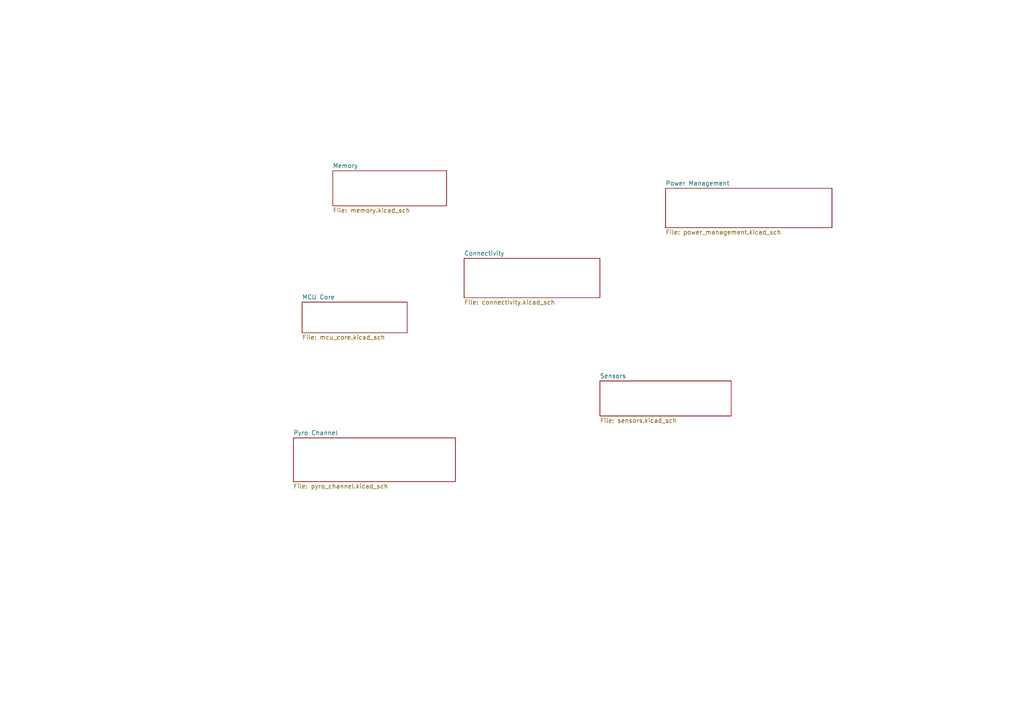
<source format=kicad_sch>
(kicad_sch
	(version 20250114)
	(generator "eeschema")
	(generator_version "9.0")
	(uuid "44328337-091d-4728-a17c-5a8fe8f9cb08")
	(paper "A4")
	(lib_symbols)
	(sheet
		(at 85.09 127)
		(size 46.99 12.7)
		(exclude_from_sim no)
		(in_bom yes)
		(on_board yes)
		(dnp no)
		(fields_autoplaced yes)
		(stroke
			(width 0.1524)
			(type solid)
		)
		(fill
			(color 0 0 0 0.0000)
		)
		(uuid "28b6fe57-f794-46f3-8880-0bb16d2e222e")
		(property "Sheetname" "Pyro Channel"
			(at 85.09 126.2884 0)
			(effects
				(font
					(size 1.27 1.27)
				)
				(justify left bottom)
			)
		)
		(property "Sheetfile" "pyro_channel.kicad_sch"
			(at 85.09 140.2846 0)
			(effects
				(font
					(size 1.27 1.27)
				)
				(justify left top)
			)
		)
		(instances
			(project "unnamed-dev-board_r1"
				(path "/44328337-091d-4728-a17c-5a8fe8f9cb08"
					(page "5")
				)
			)
		)
	)
	(sheet
		(at 96.52 49.53)
		(size 33.02 10.16)
		(exclude_from_sim no)
		(in_bom yes)
		(on_board yes)
		(dnp no)
		(fields_autoplaced yes)
		(stroke
			(width 0.1524)
			(type solid)
		)
		(fill
			(color 0 0 0 0.0000)
		)
		(uuid "432c50c1-2715-4fa8-9a0e-fe8958f5255e")
		(property "Sheetname" "Memory"
			(at 96.52 48.8184 0)
			(effects
				(font
					(size 1.27 1.27)
				)
				(justify left bottom)
			)
		)
		(property "Sheetfile" "memory.kicad_sch"
			(at 96.52 60.2746 0)
			(effects
				(font
					(size 1.27 1.27)
				)
				(justify left top)
			)
		)
		(instances
			(project "unnamed-dev-board_r1"
				(path "/44328337-091d-4728-a17c-5a8fe8f9cb08"
					(page "7")
				)
			)
		)
	)
	(sheet
		(at 134.62 74.93)
		(size 39.37 11.43)
		(exclude_from_sim no)
		(in_bom yes)
		(on_board yes)
		(dnp no)
		(fields_autoplaced yes)
		(stroke
			(width 0.1524)
			(type solid)
		)
		(fill
			(color 0 0 0 0.0000)
		)
		(uuid "4fb84d85-4f8c-4917-ae5a-8d11aabe0c86")
		(property "Sheetname" "Connectivity"
			(at 134.62 74.2184 0)
			(effects
				(font
					(size 1.27 1.27)
				)
				(justify left bottom)
			)
		)
		(property "Sheetfile" "connectivity.kicad_sch"
			(at 134.62 86.9446 0)
			(effects
				(font
					(size 1.27 1.27)
				)
				(justify left top)
			)
		)
		(instances
			(project "unnamed-dev-board_r1"
				(path "/44328337-091d-4728-a17c-5a8fe8f9cb08"
					(page "3")
				)
			)
		)
	)
	(sheet
		(at 193.04 54.61)
		(size 48.26 11.43)
		(exclude_from_sim no)
		(in_bom yes)
		(on_board yes)
		(dnp no)
		(fields_autoplaced yes)
		(stroke
			(width 0.1524)
			(type solid)
		)
		(fill
			(color 0 0 0 0.0000)
		)
		(uuid "85210297-78db-47e0-b862-9b7050ac8298")
		(property "Sheetname" "Power Management"
			(at 193.04 53.8984 0)
			(effects
				(font
					(size 1.27 1.27)
				)
				(justify left bottom)
			)
		)
		(property "Sheetfile" "power_management.kicad_sch"
			(at 193.04 66.6246 0)
			(effects
				(font
					(size 1.27 1.27)
				)
				(justify left top)
			)
		)
		(instances
			(project "unnamed-dev-board_r1"
				(path "/44328337-091d-4728-a17c-5a8fe8f9cb08"
					(page "6")
				)
			)
		)
	)
	(sheet
		(at 87.63 87.63)
		(size 30.48 8.89)
		(exclude_from_sim no)
		(in_bom yes)
		(on_board yes)
		(dnp no)
		(fields_autoplaced yes)
		(stroke
			(width 0.1524)
			(type solid)
		)
		(fill
			(color 0 0 0 0.0000)
		)
		(uuid "8a528d0a-d87a-4e15-afca-201b4014a837")
		(property "Sheetname" "MCU Core"
			(at 87.63 86.9184 0)
			(effects
				(font
					(size 1.27 1.27)
				)
				(justify left bottom)
			)
		)
		(property "Sheetfile" "mcu_core.kicad_sch"
			(at 87.63 97.1046 0)
			(effects
				(font
					(size 1.27 1.27)
				)
				(justify left top)
			)
		)
		(instances
			(project "unnamed-dev-board_r1"
				(path "/44328337-091d-4728-a17c-5a8fe8f9cb08"
					(page "2")
				)
			)
		)
	)
	(sheet
		(at 173.99 110.49)
		(size 38.1 10.16)
		(exclude_from_sim no)
		(in_bom yes)
		(on_board yes)
		(dnp no)
		(fields_autoplaced yes)
		(stroke
			(width 0.1524)
			(type solid)
		)
		(fill
			(color 0 0 0 0.0000)
		)
		(uuid "96013942-e8cb-4e24-a4ef-f1b011199074")
		(property "Sheetname" "Sensors"
			(at 173.99 109.7784 0)
			(effects
				(font
					(size 1.27 1.27)
				)
				(justify left bottom)
			)
		)
		(property "Sheetfile" "sensors.kicad_sch"
			(at 173.99 121.2346 0)
			(effects
				(font
					(size 1.27 1.27)
				)
				(justify left top)
			)
		)
		(instances
			(project "unnamed-dev-board_r1"
				(path "/44328337-091d-4728-a17c-5a8fe8f9cb08"
					(page "4")
				)
			)
		)
	)
	(sheet_instances
		(path "/"
			(page "1")
		)
	)
	(embedded_fonts no)
)

</source>
